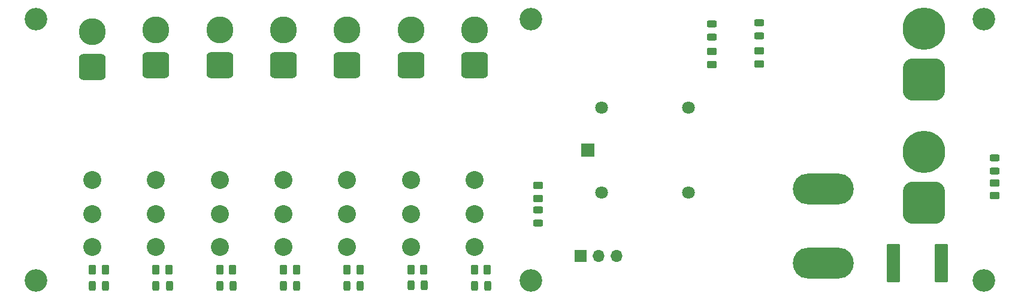
<source format=gbr>
%TF.GenerationSoftware,KiCad,Pcbnew,8.0.8*%
%TF.CreationDate,2025-01-18T19:00:11-08:00*%
%TF.ProjectId,Power_PCB,506f7765-725f-4504-9342-2e6b69636164,rev?*%
%TF.SameCoordinates,Original*%
%TF.FileFunction,Soldermask,Top*%
%TF.FilePolarity,Negative*%
%FSLAX46Y46*%
G04 Gerber Fmt 4.6, Leading zero omitted, Abs format (unit mm)*
G04 Created by KiCad (PCBNEW 8.0.8) date 2025-01-18 19:00:11*
%MOMM*%
%LPD*%
G01*
G04 APERTURE LIST*
G04 Aperture macros list*
%AMRoundRect*
0 Rectangle with rounded corners*
0 $1 Rounding radius*
0 $2 $3 $4 $5 $6 $7 $8 $9 X,Y pos of 4 corners*
0 Add a 4 corners polygon primitive as box body*
4,1,4,$2,$3,$4,$5,$6,$7,$8,$9,$2,$3,0*
0 Add four circle primitives for the rounded corners*
1,1,$1+$1,$2,$3*
1,1,$1+$1,$4,$5*
1,1,$1+$1,$6,$7*
1,1,$1+$1,$8,$9*
0 Add four rect primitives between the rounded corners*
20,1,$1+$1,$2,$3,$4,$5,0*
20,1,$1+$1,$4,$5,$6,$7,0*
20,1,$1+$1,$6,$7,$8,$9,0*
20,1,$1+$1,$8,$9,$2,$3,0*%
G04 Aperture macros list end*
%ADD10C,3.200000*%
%ADD11RoundRect,0.243750X-0.456250X0.243750X-0.456250X-0.243750X0.456250X-0.243750X0.456250X0.243750X0*%
%ADD12RoundRect,0.760000X1.140000X-1.140000X1.140000X1.140000X-1.140000X1.140000X-1.140000X-1.140000X0*%
%ADD13C,3.800000*%
%ADD14RoundRect,1.500000X1.500000X-1.500000X1.500000X1.500000X-1.500000X1.500000X-1.500000X-1.500000X0*%
%ADD15C,6.000000*%
%ADD16O,8.604000X4.404000*%
%ADD17RoundRect,0.243750X0.243750X0.456250X-0.243750X0.456250X-0.243750X-0.456250X0.243750X-0.456250X0*%
%ADD18RoundRect,0.250000X0.262500X0.450000X-0.262500X0.450000X-0.262500X-0.450000X0.262500X-0.450000X0*%
%ADD19C,2.540000*%
%ADD20RoundRect,0.250000X-0.712500X-2.475000X0.712500X-2.475000X0.712500X2.475000X-0.712500X2.475000X0*%
%ADD21RoundRect,0.250000X0.450000X-0.262500X0.450000X0.262500X-0.450000X0.262500X-0.450000X-0.262500X0*%
%ADD22RoundRect,0.250000X-0.450000X0.262500X-0.450000X-0.262500X0.450000X-0.262500X0.450000X0.262500X0*%
%ADD23R,1.905000X1.905000*%
%ADD24C,1.803400*%
%ADD25RoundRect,0.243750X0.456250X-0.243750X0.456250X0.243750X-0.456250X0.243750X-0.456250X-0.243750X0*%
%ADD26R,1.700000X1.700000*%
%ADD27O,1.700000X1.700000*%
G04 APERTURE END LIST*
D10*
%TO.C,H4*%
X102000000Y-41500000D03*
%TD*%
D11*
%TO.C,D2*%
X134250000Y-42000000D03*
X134250000Y-43875000D03*
%TD*%
D12*
%TO.C,J7*%
X49000000Y-48000000D03*
D13*
X49000000Y-43000000D03*
%TD*%
D14*
%TO.C,J2*%
X157500000Y-67500000D03*
D15*
X157500000Y-60300000D03*
%TD*%
D16*
%TO.C,S1*%
X143250000Y-76000000D03*
X143250000Y-65500000D03*
%TD*%
D10*
%TO.C,H1*%
X166000000Y-41500000D03*
%TD*%
D17*
%TO.C,D10*%
X59875000Y-79250000D03*
X58000000Y-79250000D03*
%TD*%
D18*
%TO.C,R6*%
X68825000Y-77000000D03*
X67000000Y-77000000D03*
%TD*%
D19*
%TO.C,SW7*%
X85000000Y-64300000D03*
X85000000Y-69100000D03*
X85000000Y-73750000D03*
%TD*%
D14*
%TO.C,J1*%
X157500000Y-50000000D03*
D15*
X157500000Y-42800000D03*
%TD*%
D12*
%TO.C,J9*%
X58000000Y-48000000D03*
D13*
X58000000Y-43000000D03*
%TD*%
D19*
%TO.C,SW3*%
X94000000Y-64300000D03*
X94000000Y-69100000D03*
X94000000Y-73750000D03*
%TD*%
D17*
%TO.C,D7*%
X95875000Y-79250000D03*
X94000000Y-79250000D03*
%TD*%
%TO.C,D5*%
X41875000Y-79250000D03*
X40000000Y-79250000D03*
%TD*%
%TO.C,D6*%
X68875000Y-79250000D03*
X67000000Y-79250000D03*
%TD*%
D10*
%TO.C,H3*%
X166000000Y-78500000D03*
%TD*%
%TO.C,H5*%
X32000000Y-41500000D03*
%TD*%
D11*
%TO.C,D4*%
X127500000Y-42125000D03*
X127500000Y-44000000D03*
%TD*%
D17*
%TO.C,D9*%
X77875000Y-79250000D03*
X76000000Y-79250000D03*
%TD*%
D19*
%TO.C,SW6*%
X58000000Y-64300000D03*
X58000000Y-69100000D03*
X58000000Y-73750000D03*
%TD*%
D10*
%TO.C,H2*%
X32000000Y-78500000D03*
%TD*%
%TO.C,H6*%
X102000000Y-78500000D03*
%TD*%
D12*
%TO.C,J8*%
X76000000Y-48000000D03*
D13*
X76000000Y-43000000D03*
%TD*%
D19*
%TO.C,SW4*%
X49000000Y-64300000D03*
X49000000Y-69100000D03*
X49000000Y-73750000D03*
%TD*%
D12*
%TO.C,J5*%
X67000000Y-48000000D03*
D13*
X67000000Y-43000000D03*
%TD*%
D20*
%TO.C,F1*%
X153225000Y-76000000D03*
X160000000Y-76000000D03*
%TD*%
D18*
%TO.C,R5*%
X41825000Y-77000000D03*
X40000000Y-77000000D03*
%TD*%
D21*
%TO.C,R1*%
X167500000Y-66500000D03*
X167500000Y-64675000D03*
%TD*%
D22*
%TO.C,R12*%
X103000000Y-65025000D03*
X103000000Y-66850000D03*
%TD*%
D23*
%TO.C,K1*%
X110000004Y-60000001D03*
D24*
X112000000Y-66000000D03*
X124199112Y-66000000D03*
X124199112Y-54000002D03*
X112000000Y-54000002D03*
%TD*%
D18*
%TO.C,R8*%
X50825000Y-77000000D03*
X49000000Y-77000000D03*
%TD*%
D19*
%TO.C,SW2*%
X67000000Y-64300000D03*
X67000000Y-69100000D03*
X67000000Y-73750000D03*
%TD*%
D12*
%TO.C,J6*%
X94000000Y-48000000D03*
D13*
X94000000Y-43000000D03*
%TD*%
D21*
%TO.C,R4*%
X127500000Y-47912500D03*
X127500000Y-46087500D03*
%TD*%
D11*
%TO.C,D1*%
X167500000Y-61125000D03*
X167500000Y-63000000D03*
%TD*%
D18*
%TO.C,R9*%
X77825000Y-77000000D03*
X76000000Y-77000000D03*
%TD*%
D12*
%TO.C,J4*%
X40000000Y-48250000D03*
D13*
X40000000Y-43250000D03*
%TD*%
D18*
%TO.C,R7*%
X95825000Y-77000000D03*
X94000000Y-77000000D03*
%TD*%
D17*
%TO.C,D11*%
X86875000Y-79150000D03*
X85000000Y-79150000D03*
%TD*%
D19*
%TO.C,SW5*%
X76000000Y-64300000D03*
X76000000Y-69100000D03*
X76000000Y-73750000D03*
%TD*%
D12*
%TO.C,J10*%
X85000000Y-48000000D03*
D13*
X85000000Y-43000000D03*
%TD*%
D19*
%TO.C,SW1*%
X40000000Y-64300000D03*
X40000000Y-69100000D03*
X40000000Y-73750000D03*
%TD*%
D21*
%TO.C,R2*%
X134250000Y-47825000D03*
X134250000Y-46000000D03*
%TD*%
D25*
%TO.C,D12*%
X103000000Y-70375000D03*
X103000000Y-68500000D03*
%TD*%
D26*
%TO.C,J3*%
X109000000Y-75000000D03*
D27*
X111540000Y-75000000D03*
X114080000Y-75000000D03*
%TD*%
D17*
%TO.C,D8*%
X50875000Y-79250000D03*
X49000000Y-79250000D03*
%TD*%
D18*
%TO.C,R10*%
X59825000Y-77000000D03*
X58000000Y-77000000D03*
%TD*%
%TO.C,R11*%
X86825000Y-77000000D03*
X85000000Y-77000000D03*
%TD*%
M02*

</source>
